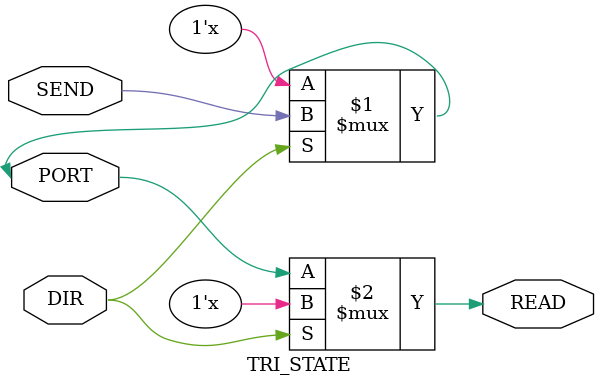
<source format=v>
module TRI_STATE (
	inout PORT,
	input DIR,
	input SEND,
	output READ
);


	assign PORT = DIR ? SEND : 1'bZ;
	assign READ = DIR ? 1'bz : PORT;
	
endmodule 
</source>
